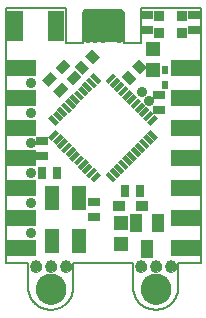
<source format=gts>
G75*
%MOIN*%
%OFA0B0*%
%FSLAX25Y25*%
%IPPOS*%
%LPD*%
%AMOC8*
5,1,8,0,0,1.08239X$1,22.5*
%
%ADD10C,0.00500*%
%ADD11C,0.00000*%
%ADD12C,0.10243*%
%ADD13C,0.03943*%
%ADD14R,0.03156X0.03943*%
%ADD15R,0.04652X0.04534*%
%ADD16R,0.03943X0.03156*%
%ADD17R,0.03550X0.03550*%
%ADD18R,0.04337X0.03550*%
%ADD19R,0.10400X0.05400*%
%ADD20R,0.04337X0.05912*%
%ADD21R,0.03550X0.01581*%
%ADD22R,0.04731X0.07880*%
%ADD23R,0.01778X0.11424*%
%ADD24R,0.01778X0.10636*%
%ADD25R,0.13780X0.11024*%
%ADD26R,0.02369X0.03156*%
%ADD27C,0.03550*%
%ADD28R,0.05400X0.10400*%
D10*
X0005050Y0016901D02*
X0005050Y0101862D01*
X0025050Y0101862D01*
X0025050Y0090026D01*
X0030675Y0090026D01*
X0030675Y0100221D01*
X0031652Y0101198D01*
X0043448Y0101198D01*
X0044425Y0100221D01*
X0044425Y0090026D01*
X0050050Y0090026D01*
X0050050Y0101901D01*
X0070001Y0101901D01*
X0070050Y0101862D01*
X0070050Y0101901D02*
X0070050Y0073151D01*
X0070001Y0016901D01*
X0062550Y0016901D01*
X0062550Y0008151D01*
X0062533Y0007969D01*
X0062511Y0007787D01*
X0062484Y0007605D01*
X0062454Y0007425D01*
X0062419Y0007245D01*
X0062379Y0007066D01*
X0062335Y0006888D01*
X0062287Y0006711D01*
X0062235Y0006535D01*
X0062178Y0006361D01*
X0062117Y0006188D01*
X0062052Y0006017D01*
X0061983Y0005847D01*
X0061909Y0005679D01*
X0061832Y0005513D01*
X0061750Y0005349D01*
X0061665Y0005187D01*
X0061576Y0005027D01*
X0061482Y0004869D01*
X0061385Y0004713D01*
X0061284Y0004560D01*
X0061180Y0004410D01*
X0061072Y0004262D01*
X0060960Y0004116D01*
X0060845Y0003974D01*
X0060726Y0003834D01*
X0060604Y0003698D01*
X0060479Y0003564D01*
X0060350Y0003433D01*
X0060219Y0003306D01*
X0060084Y0003181D01*
X0059946Y0003060D01*
X0059806Y0002943D01*
X0059662Y0002829D01*
X0059516Y0002718D01*
X0059367Y0002611D01*
X0059216Y0002508D01*
X0059062Y0002408D01*
X0058906Y0002313D01*
X0058747Y0002221D01*
X0058586Y0002133D01*
X0058424Y0002048D01*
X0058259Y0001968D01*
X0058092Y0001892D01*
X0057923Y0001820D01*
X0057753Y0001752D01*
X0057581Y0001689D01*
X0057408Y0001629D01*
X0057233Y0001574D01*
X0057057Y0001523D01*
X0056880Y0001476D01*
X0056702Y0001433D01*
X0056522Y0001395D01*
X0056342Y0001362D01*
X0056161Y0001333D01*
X0055980Y0001308D01*
X0055798Y0001287D01*
X0055615Y0001271D01*
X0055432Y0001260D01*
X0055249Y0001253D01*
X0055066Y0001250D01*
X0054883Y0001252D01*
X0054699Y0001258D01*
X0054516Y0001269D01*
X0054334Y0001284D01*
X0054152Y0001304D01*
X0053970Y0001328D01*
X0053789Y0001356D01*
X0053608Y0001389D01*
X0053429Y0001427D01*
X0053251Y0001468D01*
X0053073Y0001514D01*
X0052897Y0001565D01*
X0052722Y0001619D01*
X0052548Y0001678D01*
X0052376Y0001741D01*
X0052206Y0001808D01*
X0052037Y0001879D01*
X0051870Y0001955D01*
X0051705Y0002034D01*
X0051541Y0002118D01*
X0051380Y0002205D01*
X0051221Y0002297D01*
X0051065Y0002392D01*
X0050911Y0002491D01*
X0050759Y0002593D01*
X0050609Y0002700D01*
X0050463Y0002810D01*
X0050319Y0002923D01*
X0050178Y0003040D01*
X0050040Y0003160D01*
X0049904Y0003284D01*
X0049772Y0003411D01*
X0049643Y0003541D01*
X0049517Y0003674D01*
X0049395Y0003811D01*
X0049275Y0003950D01*
X0049159Y0004092D01*
X0049047Y0004237D01*
X0048938Y0004384D01*
X0048833Y0004534D01*
X0048732Y0004687D01*
X0048634Y0004842D01*
X0048540Y0004999D01*
X0048450Y0005159D01*
X0048364Y0005321D01*
X0048282Y0005485D01*
X0048204Y0005650D01*
X0048130Y0005818D01*
X0048060Y0005987D01*
X0047994Y0006158D01*
X0047932Y0006331D01*
X0047875Y0006505D01*
X0047822Y0006681D01*
X0047773Y0006857D01*
X0047728Y0007035D01*
X0047688Y0007214D01*
X0047652Y0007393D01*
X0047621Y0007574D01*
X0047594Y0007755D01*
X0047571Y0007937D01*
X0047553Y0008120D01*
X0047539Y0008302D01*
X0047530Y0008485D01*
X0047525Y0008669D01*
X0047524Y0008852D01*
X0047528Y0009035D01*
X0047537Y0009218D01*
X0047550Y0009401D01*
X0047550Y0016901D01*
X0027550Y0016901D01*
X0027550Y0009401D01*
X0027563Y0009217D01*
X0027572Y0009033D01*
X0027576Y0008848D01*
X0027575Y0008664D01*
X0027570Y0008480D01*
X0027561Y0008296D01*
X0027547Y0008112D01*
X0027528Y0007928D01*
X0027505Y0007745D01*
X0027478Y0007563D01*
X0027446Y0007381D01*
X0027409Y0007201D01*
X0027368Y0007021D01*
X0027323Y0006842D01*
X0027274Y0006664D01*
X0027220Y0006488D01*
X0027162Y0006313D01*
X0027099Y0006140D01*
X0027032Y0005968D01*
X0026961Y0005797D01*
X0026886Y0005629D01*
X0026807Y0005462D01*
X0026724Y0005298D01*
X0026637Y0005135D01*
X0026546Y0004975D01*
X0026451Y0004817D01*
X0026352Y0004661D01*
X0026249Y0004508D01*
X0026143Y0004358D01*
X0026032Y0004210D01*
X0025919Y0004065D01*
X0025802Y0003922D01*
X0025681Y0003783D01*
X0025557Y0003646D01*
X0025430Y0003513D01*
X0025299Y0003383D01*
X0025165Y0003256D01*
X0025029Y0003132D01*
X0024889Y0003012D01*
X0024746Y0002895D01*
X0024601Y0002782D01*
X0024452Y0002672D01*
X0024301Y0002566D01*
X0024148Y0002464D01*
X0023992Y0002365D01*
X0023834Y0002270D01*
X0023673Y0002180D01*
X0023511Y0002093D01*
X0023346Y0002010D01*
X0023179Y0001931D01*
X0023011Y0001857D01*
X0022840Y0001786D01*
X0022668Y0001720D01*
X0022494Y0001658D01*
X0022319Y0001600D01*
X0022143Y0001547D01*
X0021965Y0001498D01*
X0021786Y0001453D01*
X0021606Y0001413D01*
X0021425Y0001377D01*
X0021244Y0001345D01*
X0021061Y0001318D01*
X0020878Y0001296D01*
X0020695Y0001278D01*
X0020511Y0001264D01*
X0020327Y0001255D01*
X0020142Y0001251D01*
X0019958Y0001251D01*
X0019773Y0001255D01*
X0019589Y0001264D01*
X0019405Y0001278D01*
X0019222Y0001296D01*
X0019039Y0001318D01*
X0018856Y0001345D01*
X0018675Y0001377D01*
X0018494Y0001413D01*
X0018314Y0001453D01*
X0018135Y0001498D01*
X0017957Y0001547D01*
X0017781Y0001600D01*
X0017606Y0001658D01*
X0017432Y0001720D01*
X0017260Y0001786D01*
X0017089Y0001857D01*
X0016921Y0001931D01*
X0016754Y0002010D01*
X0016589Y0002093D01*
X0016427Y0002180D01*
X0016266Y0002270D01*
X0016108Y0002365D01*
X0015952Y0002464D01*
X0015799Y0002566D01*
X0015648Y0002672D01*
X0015499Y0002782D01*
X0015354Y0002895D01*
X0015211Y0003012D01*
X0015071Y0003132D01*
X0014935Y0003256D01*
X0014801Y0003383D01*
X0014670Y0003513D01*
X0014543Y0003646D01*
X0014419Y0003783D01*
X0014298Y0003922D01*
X0014181Y0004065D01*
X0014068Y0004210D01*
X0013957Y0004358D01*
X0013851Y0004508D01*
X0013748Y0004661D01*
X0013649Y0004817D01*
X0013554Y0004975D01*
X0013463Y0005135D01*
X0013376Y0005298D01*
X0013293Y0005462D01*
X0013214Y0005629D01*
X0013139Y0005797D01*
X0013068Y0005968D01*
X0013001Y0006140D01*
X0012938Y0006313D01*
X0012880Y0006488D01*
X0012826Y0006664D01*
X0012777Y0006842D01*
X0012732Y0007021D01*
X0012691Y0007201D01*
X0012654Y0007381D01*
X0012622Y0007563D01*
X0012595Y0007745D01*
X0012572Y0007928D01*
X0012553Y0008112D01*
X0012539Y0008296D01*
X0012530Y0008480D01*
X0012525Y0008664D01*
X0012524Y0008848D01*
X0012528Y0009033D01*
X0012537Y0009217D01*
X0012550Y0009401D01*
X0012550Y0016901D01*
X0005050Y0016901D01*
D11*
X0013278Y0015651D02*
X0013280Y0015735D01*
X0013286Y0015818D01*
X0013296Y0015901D01*
X0013310Y0015984D01*
X0013327Y0016066D01*
X0013349Y0016147D01*
X0013374Y0016226D01*
X0013403Y0016305D01*
X0013436Y0016382D01*
X0013472Y0016457D01*
X0013512Y0016531D01*
X0013555Y0016603D01*
X0013602Y0016672D01*
X0013652Y0016739D01*
X0013705Y0016804D01*
X0013761Y0016866D01*
X0013819Y0016926D01*
X0013881Y0016983D01*
X0013945Y0017036D01*
X0014012Y0017087D01*
X0014081Y0017134D01*
X0014152Y0017179D01*
X0014225Y0017219D01*
X0014300Y0017256D01*
X0014377Y0017290D01*
X0014455Y0017320D01*
X0014534Y0017346D01*
X0014615Y0017369D01*
X0014697Y0017387D01*
X0014779Y0017402D01*
X0014862Y0017413D01*
X0014945Y0017420D01*
X0015029Y0017423D01*
X0015113Y0017422D01*
X0015196Y0017417D01*
X0015280Y0017408D01*
X0015362Y0017395D01*
X0015444Y0017379D01*
X0015525Y0017358D01*
X0015606Y0017334D01*
X0015684Y0017306D01*
X0015762Y0017274D01*
X0015838Y0017238D01*
X0015912Y0017199D01*
X0015984Y0017157D01*
X0016054Y0017111D01*
X0016122Y0017062D01*
X0016187Y0017010D01*
X0016250Y0016955D01*
X0016310Y0016897D01*
X0016368Y0016836D01*
X0016422Y0016772D01*
X0016474Y0016706D01*
X0016522Y0016638D01*
X0016567Y0016567D01*
X0016608Y0016494D01*
X0016647Y0016420D01*
X0016681Y0016344D01*
X0016712Y0016266D01*
X0016739Y0016187D01*
X0016763Y0016106D01*
X0016782Y0016025D01*
X0016798Y0015943D01*
X0016810Y0015860D01*
X0016818Y0015776D01*
X0016822Y0015693D01*
X0016822Y0015609D01*
X0016818Y0015526D01*
X0016810Y0015442D01*
X0016798Y0015359D01*
X0016782Y0015277D01*
X0016763Y0015196D01*
X0016739Y0015115D01*
X0016712Y0015036D01*
X0016681Y0014958D01*
X0016647Y0014882D01*
X0016608Y0014808D01*
X0016567Y0014735D01*
X0016522Y0014664D01*
X0016474Y0014596D01*
X0016422Y0014530D01*
X0016368Y0014466D01*
X0016310Y0014405D01*
X0016250Y0014347D01*
X0016187Y0014292D01*
X0016122Y0014240D01*
X0016054Y0014191D01*
X0015984Y0014145D01*
X0015912Y0014103D01*
X0015838Y0014064D01*
X0015762Y0014028D01*
X0015684Y0013996D01*
X0015606Y0013968D01*
X0015525Y0013944D01*
X0015444Y0013923D01*
X0015362Y0013907D01*
X0015280Y0013894D01*
X0015196Y0013885D01*
X0015113Y0013880D01*
X0015029Y0013879D01*
X0014945Y0013882D01*
X0014862Y0013889D01*
X0014779Y0013900D01*
X0014697Y0013915D01*
X0014615Y0013933D01*
X0014534Y0013956D01*
X0014455Y0013982D01*
X0014377Y0014012D01*
X0014300Y0014046D01*
X0014225Y0014083D01*
X0014152Y0014123D01*
X0014081Y0014168D01*
X0014012Y0014215D01*
X0013945Y0014266D01*
X0013881Y0014319D01*
X0013819Y0014376D01*
X0013761Y0014436D01*
X0013705Y0014498D01*
X0013652Y0014563D01*
X0013602Y0014630D01*
X0013555Y0014699D01*
X0013512Y0014771D01*
X0013472Y0014845D01*
X0013436Y0014920D01*
X0013403Y0014997D01*
X0013374Y0015076D01*
X0013349Y0015155D01*
X0013327Y0015236D01*
X0013310Y0015318D01*
X0013296Y0015401D01*
X0013286Y0015484D01*
X0013280Y0015567D01*
X0013278Y0015651D01*
X0018278Y0015651D02*
X0018280Y0015735D01*
X0018286Y0015818D01*
X0018296Y0015901D01*
X0018310Y0015984D01*
X0018327Y0016066D01*
X0018349Y0016147D01*
X0018374Y0016226D01*
X0018403Y0016305D01*
X0018436Y0016382D01*
X0018472Y0016457D01*
X0018512Y0016531D01*
X0018555Y0016603D01*
X0018602Y0016672D01*
X0018652Y0016739D01*
X0018705Y0016804D01*
X0018761Y0016866D01*
X0018819Y0016926D01*
X0018881Y0016983D01*
X0018945Y0017036D01*
X0019012Y0017087D01*
X0019081Y0017134D01*
X0019152Y0017179D01*
X0019225Y0017219D01*
X0019300Y0017256D01*
X0019377Y0017290D01*
X0019455Y0017320D01*
X0019534Y0017346D01*
X0019615Y0017369D01*
X0019697Y0017387D01*
X0019779Y0017402D01*
X0019862Y0017413D01*
X0019945Y0017420D01*
X0020029Y0017423D01*
X0020113Y0017422D01*
X0020196Y0017417D01*
X0020280Y0017408D01*
X0020362Y0017395D01*
X0020444Y0017379D01*
X0020525Y0017358D01*
X0020606Y0017334D01*
X0020684Y0017306D01*
X0020762Y0017274D01*
X0020838Y0017238D01*
X0020912Y0017199D01*
X0020984Y0017157D01*
X0021054Y0017111D01*
X0021122Y0017062D01*
X0021187Y0017010D01*
X0021250Y0016955D01*
X0021310Y0016897D01*
X0021368Y0016836D01*
X0021422Y0016772D01*
X0021474Y0016706D01*
X0021522Y0016638D01*
X0021567Y0016567D01*
X0021608Y0016494D01*
X0021647Y0016420D01*
X0021681Y0016344D01*
X0021712Y0016266D01*
X0021739Y0016187D01*
X0021763Y0016106D01*
X0021782Y0016025D01*
X0021798Y0015943D01*
X0021810Y0015860D01*
X0021818Y0015776D01*
X0021822Y0015693D01*
X0021822Y0015609D01*
X0021818Y0015526D01*
X0021810Y0015442D01*
X0021798Y0015359D01*
X0021782Y0015277D01*
X0021763Y0015196D01*
X0021739Y0015115D01*
X0021712Y0015036D01*
X0021681Y0014958D01*
X0021647Y0014882D01*
X0021608Y0014808D01*
X0021567Y0014735D01*
X0021522Y0014664D01*
X0021474Y0014596D01*
X0021422Y0014530D01*
X0021368Y0014466D01*
X0021310Y0014405D01*
X0021250Y0014347D01*
X0021187Y0014292D01*
X0021122Y0014240D01*
X0021054Y0014191D01*
X0020984Y0014145D01*
X0020912Y0014103D01*
X0020838Y0014064D01*
X0020762Y0014028D01*
X0020684Y0013996D01*
X0020606Y0013968D01*
X0020525Y0013944D01*
X0020444Y0013923D01*
X0020362Y0013907D01*
X0020280Y0013894D01*
X0020196Y0013885D01*
X0020113Y0013880D01*
X0020029Y0013879D01*
X0019945Y0013882D01*
X0019862Y0013889D01*
X0019779Y0013900D01*
X0019697Y0013915D01*
X0019615Y0013933D01*
X0019534Y0013956D01*
X0019455Y0013982D01*
X0019377Y0014012D01*
X0019300Y0014046D01*
X0019225Y0014083D01*
X0019152Y0014123D01*
X0019081Y0014168D01*
X0019012Y0014215D01*
X0018945Y0014266D01*
X0018881Y0014319D01*
X0018819Y0014376D01*
X0018761Y0014436D01*
X0018705Y0014498D01*
X0018652Y0014563D01*
X0018602Y0014630D01*
X0018555Y0014699D01*
X0018512Y0014771D01*
X0018472Y0014845D01*
X0018436Y0014920D01*
X0018403Y0014997D01*
X0018374Y0015076D01*
X0018349Y0015155D01*
X0018327Y0015236D01*
X0018310Y0015318D01*
X0018296Y0015401D01*
X0018286Y0015484D01*
X0018280Y0015567D01*
X0018278Y0015651D01*
X0015129Y0008151D02*
X0015131Y0008291D01*
X0015137Y0008431D01*
X0015147Y0008570D01*
X0015161Y0008709D01*
X0015179Y0008848D01*
X0015200Y0008986D01*
X0015226Y0009124D01*
X0015256Y0009261D01*
X0015289Y0009396D01*
X0015327Y0009531D01*
X0015368Y0009665D01*
X0015413Y0009798D01*
X0015461Y0009929D01*
X0015514Y0010058D01*
X0015570Y0010187D01*
X0015629Y0010313D01*
X0015693Y0010438D01*
X0015759Y0010561D01*
X0015830Y0010682D01*
X0015903Y0010801D01*
X0015980Y0010918D01*
X0016061Y0011032D01*
X0016144Y0011144D01*
X0016231Y0011254D01*
X0016321Y0011362D01*
X0016413Y0011466D01*
X0016509Y0011568D01*
X0016608Y0011668D01*
X0016709Y0011764D01*
X0016813Y0011858D01*
X0016920Y0011948D01*
X0017029Y0012035D01*
X0017141Y0012120D01*
X0017255Y0012201D01*
X0017371Y0012279D01*
X0017489Y0012353D01*
X0017610Y0012424D01*
X0017732Y0012492D01*
X0017857Y0012556D01*
X0017983Y0012617D01*
X0018110Y0012674D01*
X0018240Y0012727D01*
X0018371Y0012777D01*
X0018503Y0012822D01*
X0018636Y0012865D01*
X0018771Y0012903D01*
X0018906Y0012937D01*
X0019043Y0012968D01*
X0019180Y0012995D01*
X0019318Y0013017D01*
X0019457Y0013036D01*
X0019596Y0013051D01*
X0019735Y0013062D01*
X0019875Y0013069D01*
X0020015Y0013072D01*
X0020155Y0013071D01*
X0020295Y0013066D01*
X0020434Y0013057D01*
X0020574Y0013044D01*
X0020713Y0013027D01*
X0020851Y0013006D01*
X0020989Y0012982D01*
X0021126Y0012953D01*
X0021262Y0012921D01*
X0021397Y0012884D01*
X0021531Y0012844D01*
X0021664Y0012800D01*
X0021795Y0012752D01*
X0021925Y0012701D01*
X0022054Y0012646D01*
X0022181Y0012587D01*
X0022306Y0012524D01*
X0022429Y0012459D01*
X0022551Y0012389D01*
X0022670Y0012316D01*
X0022788Y0012240D01*
X0022903Y0012161D01*
X0023016Y0012078D01*
X0023126Y0011992D01*
X0023234Y0011903D01*
X0023339Y0011811D01*
X0023442Y0011716D01*
X0023542Y0011618D01*
X0023639Y0011518D01*
X0023733Y0011414D01*
X0023825Y0011308D01*
X0023913Y0011200D01*
X0023998Y0011089D01*
X0024080Y0010975D01*
X0024159Y0010859D01*
X0024234Y0010742D01*
X0024306Y0010622D01*
X0024374Y0010500D01*
X0024439Y0010376D01*
X0024501Y0010250D01*
X0024559Y0010123D01*
X0024613Y0009994D01*
X0024664Y0009863D01*
X0024710Y0009731D01*
X0024753Y0009598D01*
X0024793Y0009464D01*
X0024828Y0009329D01*
X0024860Y0009192D01*
X0024887Y0009055D01*
X0024911Y0008917D01*
X0024931Y0008779D01*
X0024947Y0008640D01*
X0024959Y0008500D01*
X0024967Y0008361D01*
X0024971Y0008221D01*
X0024971Y0008081D01*
X0024967Y0007941D01*
X0024959Y0007802D01*
X0024947Y0007662D01*
X0024931Y0007523D01*
X0024911Y0007385D01*
X0024887Y0007247D01*
X0024860Y0007110D01*
X0024828Y0006973D01*
X0024793Y0006838D01*
X0024753Y0006704D01*
X0024710Y0006571D01*
X0024664Y0006439D01*
X0024613Y0006308D01*
X0024559Y0006179D01*
X0024501Y0006052D01*
X0024439Y0005926D01*
X0024374Y0005802D01*
X0024306Y0005680D01*
X0024234Y0005560D01*
X0024159Y0005443D01*
X0024080Y0005327D01*
X0023998Y0005213D01*
X0023913Y0005102D01*
X0023825Y0004994D01*
X0023733Y0004888D01*
X0023639Y0004784D01*
X0023542Y0004684D01*
X0023442Y0004586D01*
X0023339Y0004491D01*
X0023234Y0004399D01*
X0023126Y0004310D01*
X0023016Y0004224D01*
X0022903Y0004141D01*
X0022788Y0004062D01*
X0022670Y0003986D01*
X0022551Y0003913D01*
X0022429Y0003843D01*
X0022306Y0003778D01*
X0022181Y0003715D01*
X0022054Y0003656D01*
X0021925Y0003601D01*
X0021795Y0003550D01*
X0021664Y0003502D01*
X0021531Y0003458D01*
X0021397Y0003418D01*
X0021262Y0003381D01*
X0021126Y0003349D01*
X0020989Y0003320D01*
X0020851Y0003296D01*
X0020713Y0003275D01*
X0020574Y0003258D01*
X0020434Y0003245D01*
X0020295Y0003236D01*
X0020155Y0003231D01*
X0020015Y0003230D01*
X0019875Y0003233D01*
X0019735Y0003240D01*
X0019596Y0003251D01*
X0019457Y0003266D01*
X0019318Y0003285D01*
X0019180Y0003307D01*
X0019043Y0003334D01*
X0018906Y0003365D01*
X0018771Y0003399D01*
X0018636Y0003437D01*
X0018503Y0003480D01*
X0018371Y0003525D01*
X0018240Y0003575D01*
X0018110Y0003628D01*
X0017983Y0003685D01*
X0017857Y0003746D01*
X0017732Y0003810D01*
X0017610Y0003878D01*
X0017489Y0003949D01*
X0017371Y0004023D01*
X0017255Y0004101D01*
X0017141Y0004182D01*
X0017029Y0004267D01*
X0016920Y0004354D01*
X0016813Y0004444D01*
X0016709Y0004538D01*
X0016608Y0004634D01*
X0016509Y0004734D01*
X0016413Y0004836D01*
X0016321Y0004940D01*
X0016231Y0005048D01*
X0016144Y0005158D01*
X0016061Y0005270D01*
X0015980Y0005384D01*
X0015903Y0005501D01*
X0015830Y0005620D01*
X0015759Y0005741D01*
X0015693Y0005864D01*
X0015629Y0005989D01*
X0015570Y0006115D01*
X0015514Y0006244D01*
X0015461Y0006373D01*
X0015413Y0006504D01*
X0015368Y0006637D01*
X0015327Y0006771D01*
X0015289Y0006906D01*
X0015256Y0007041D01*
X0015226Y0007178D01*
X0015200Y0007316D01*
X0015179Y0007454D01*
X0015161Y0007593D01*
X0015147Y0007732D01*
X0015137Y0007871D01*
X0015131Y0008011D01*
X0015129Y0008151D01*
X0023278Y0015651D02*
X0023280Y0015735D01*
X0023286Y0015818D01*
X0023296Y0015901D01*
X0023310Y0015984D01*
X0023327Y0016066D01*
X0023349Y0016147D01*
X0023374Y0016226D01*
X0023403Y0016305D01*
X0023436Y0016382D01*
X0023472Y0016457D01*
X0023512Y0016531D01*
X0023555Y0016603D01*
X0023602Y0016672D01*
X0023652Y0016739D01*
X0023705Y0016804D01*
X0023761Y0016866D01*
X0023819Y0016926D01*
X0023881Y0016983D01*
X0023945Y0017036D01*
X0024012Y0017087D01*
X0024081Y0017134D01*
X0024152Y0017179D01*
X0024225Y0017219D01*
X0024300Y0017256D01*
X0024377Y0017290D01*
X0024455Y0017320D01*
X0024534Y0017346D01*
X0024615Y0017369D01*
X0024697Y0017387D01*
X0024779Y0017402D01*
X0024862Y0017413D01*
X0024945Y0017420D01*
X0025029Y0017423D01*
X0025113Y0017422D01*
X0025196Y0017417D01*
X0025280Y0017408D01*
X0025362Y0017395D01*
X0025444Y0017379D01*
X0025525Y0017358D01*
X0025606Y0017334D01*
X0025684Y0017306D01*
X0025762Y0017274D01*
X0025838Y0017238D01*
X0025912Y0017199D01*
X0025984Y0017157D01*
X0026054Y0017111D01*
X0026122Y0017062D01*
X0026187Y0017010D01*
X0026250Y0016955D01*
X0026310Y0016897D01*
X0026368Y0016836D01*
X0026422Y0016772D01*
X0026474Y0016706D01*
X0026522Y0016638D01*
X0026567Y0016567D01*
X0026608Y0016494D01*
X0026647Y0016420D01*
X0026681Y0016344D01*
X0026712Y0016266D01*
X0026739Y0016187D01*
X0026763Y0016106D01*
X0026782Y0016025D01*
X0026798Y0015943D01*
X0026810Y0015860D01*
X0026818Y0015776D01*
X0026822Y0015693D01*
X0026822Y0015609D01*
X0026818Y0015526D01*
X0026810Y0015442D01*
X0026798Y0015359D01*
X0026782Y0015277D01*
X0026763Y0015196D01*
X0026739Y0015115D01*
X0026712Y0015036D01*
X0026681Y0014958D01*
X0026647Y0014882D01*
X0026608Y0014808D01*
X0026567Y0014735D01*
X0026522Y0014664D01*
X0026474Y0014596D01*
X0026422Y0014530D01*
X0026368Y0014466D01*
X0026310Y0014405D01*
X0026250Y0014347D01*
X0026187Y0014292D01*
X0026122Y0014240D01*
X0026054Y0014191D01*
X0025984Y0014145D01*
X0025912Y0014103D01*
X0025838Y0014064D01*
X0025762Y0014028D01*
X0025684Y0013996D01*
X0025606Y0013968D01*
X0025525Y0013944D01*
X0025444Y0013923D01*
X0025362Y0013907D01*
X0025280Y0013894D01*
X0025196Y0013885D01*
X0025113Y0013880D01*
X0025029Y0013879D01*
X0024945Y0013882D01*
X0024862Y0013889D01*
X0024779Y0013900D01*
X0024697Y0013915D01*
X0024615Y0013933D01*
X0024534Y0013956D01*
X0024455Y0013982D01*
X0024377Y0014012D01*
X0024300Y0014046D01*
X0024225Y0014083D01*
X0024152Y0014123D01*
X0024081Y0014168D01*
X0024012Y0014215D01*
X0023945Y0014266D01*
X0023881Y0014319D01*
X0023819Y0014376D01*
X0023761Y0014436D01*
X0023705Y0014498D01*
X0023652Y0014563D01*
X0023602Y0014630D01*
X0023555Y0014699D01*
X0023512Y0014771D01*
X0023472Y0014845D01*
X0023436Y0014920D01*
X0023403Y0014997D01*
X0023374Y0015076D01*
X0023349Y0015155D01*
X0023327Y0015236D01*
X0023310Y0015318D01*
X0023296Y0015401D01*
X0023286Y0015484D01*
X0023280Y0015567D01*
X0023278Y0015651D01*
X0048278Y0015651D02*
X0048280Y0015735D01*
X0048286Y0015818D01*
X0048296Y0015901D01*
X0048310Y0015984D01*
X0048327Y0016066D01*
X0048349Y0016147D01*
X0048374Y0016226D01*
X0048403Y0016305D01*
X0048436Y0016382D01*
X0048472Y0016457D01*
X0048512Y0016531D01*
X0048555Y0016603D01*
X0048602Y0016672D01*
X0048652Y0016739D01*
X0048705Y0016804D01*
X0048761Y0016866D01*
X0048819Y0016926D01*
X0048881Y0016983D01*
X0048945Y0017036D01*
X0049012Y0017087D01*
X0049081Y0017134D01*
X0049152Y0017179D01*
X0049225Y0017219D01*
X0049300Y0017256D01*
X0049377Y0017290D01*
X0049455Y0017320D01*
X0049534Y0017346D01*
X0049615Y0017369D01*
X0049697Y0017387D01*
X0049779Y0017402D01*
X0049862Y0017413D01*
X0049945Y0017420D01*
X0050029Y0017423D01*
X0050113Y0017422D01*
X0050196Y0017417D01*
X0050280Y0017408D01*
X0050362Y0017395D01*
X0050444Y0017379D01*
X0050525Y0017358D01*
X0050606Y0017334D01*
X0050684Y0017306D01*
X0050762Y0017274D01*
X0050838Y0017238D01*
X0050912Y0017199D01*
X0050984Y0017157D01*
X0051054Y0017111D01*
X0051122Y0017062D01*
X0051187Y0017010D01*
X0051250Y0016955D01*
X0051310Y0016897D01*
X0051368Y0016836D01*
X0051422Y0016772D01*
X0051474Y0016706D01*
X0051522Y0016638D01*
X0051567Y0016567D01*
X0051608Y0016494D01*
X0051647Y0016420D01*
X0051681Y0016344D01*
X0051712Y0016266D01*
X0051739Y0016187D01*
X0051763Y0016106D01*
X0051782Y0016025D01*
X0051798Y0015943D01*
X0051810Y0015860D01*
X0051818Y0015776D01*
X0051822Y0015693D01*
X0051822Y0015609D01*
X0051818Y0015526D01*
X0051810Y0015442D01*
X0051798Y0015359D01*
X0051782Y0015277D01*
X0051763Y0015196D01*
X0051739Y0015115D01*
X0051712Y0015036D01*
X0051681Y0014958D01*
X0051647Y0014882D01*
X0051608Y0014808D01*
X0051567Y0014735D01*
X0051522Y0014664D01*
X0051474Y0014596D01*
X0051422Y0014530D01*
X0051368Y0014466D01*
X0051310Y0014405D01*
X0051250Y0014347D01*
X0051187Y0014292D01*
X0051122Y0014240D01*
X0051054Y0014191D01*
X0050984Y0014145D01*
X0050912Y0014103D01*
X0050838Y0014064D01*
X0050762Y0014028D01*
X0050684Y0013996D01*
X0050606Y0013968D01*
X0050525Y0013944D01*
X0050444Y0013923D01*
X0050362Y0013907D01*
X0050280Y0013894D01*
X0050196Y0013885D01*
X0050113Y0013880D01*
X0050029Y0013879D01*
X0049945Y0013882D01*
X0049862Y0013889D01*
X0049779Y0013900D01*
X0049697Y0013915D01*
X0049615Y0013933D01*
X0049534Y0013956D01*
X0049455Y0013982D01*
X0049377Y0014012D01*
X0049300Y0014046D01*
X0049225Y0014083D01*
X0049152Y0014123D01*
X0049081Y0014168D01*
X0049012Y0014215D01*
X0048945Y0014266D01*
X0048881Y0014319D01*
X0048819Y0014376D01*
X0048761Y0014436D01*
X0048705Y0014498D01*
X0048652Y0014563D01*
X0048602Y0014630D01*
X0048555Y0014699D01*
X0048512Y0014771D01*
X0048472Y0014845D01*
X0048436Y0014920D01*
X0048403Y0014997D01*
X0048374Y0015076D01*
X0048349Y0015155D01*
X0048327Y0015236D01*
X0048310Y0015318D01*
X0048296Y0015401D01*
X0048286Y0015484D01*
X0048280Y0015567D01*
X0048278Y0015651D01*
X0053278Y0015651D02*
X0053280Y0015735D01*
X0053286Y0015818D01*
X0053296Y0015901D01*
X0053310Y0015984D01*
X0053327Y0016066D01*
X0053349Y0016147D01*
X0053374Y0016226D01*
X0053403Y0016305D01*
X0053436Y0016382D01*
X0053472Y0016457D01*
X0053512Y0016531D01*
X0053555Y0016603D01*
X0053602Y0016672D01*
X0053652Y0016739D01*
X0053705Y0016804D01*
X0053761Y0016866D01*
X0053819Y0016926D01*
X0053881Y0016983D01*
X0053945Y0017036D01*
X0054012Y0017087D01*
X0054081Y0017134D01*
X0054152Y0017179D01*
X0054225Y0017219D01*
X0054300Y0017256D01*
X0054377Y0017290D01*
X0054455Y0017320D01*
X0054534Y0017346D01*
X0054615Y0017369D01*
X0054697Y0017387D01*
X0054779Y0017402D01*
X0054862Y0017413D01*
X0054945Y0017420D01*
X0055029Y0017423D01*
X0055113Y0017422D01*
X0055196Y0017417D01*
X0055280Y0017408D01*
X0055362Y0017395D01*
X0055444Y0017379D01*
X0055525Y0017358D01*
X0055606Y0017334D01*
X0055684Y0017306D01*
X0055762Y0017274D01*
X0055838Y0017238D01*
X0055912Y0017199D01*
X0055984Y0017157D01*
X0056054Y0017111D01*
X0056122Y0017062D01*
X0056187Y0017010D01*
X0056250Y0016955D01*
X0056310Y0016897D01*
X0056368Y0016836D01*
X0056422Y0016772D01*
X0056474Y0016706D01*
X0056522Y0016638D01*
X0056567Y0016567D01*
X0056608Y0016494D01*
X0056647Y0016420D01*
X0056681Y0016344D01*
X0056712Y0016266D01*
X0056739Y0016187D01*
X0056763Y0016106D01*
X0056782Y0016025D01*
X0056798Y0015943D01*
X0056810Y0015860D01*
X0056818Y0015776D01*
X0056822Y0015693D01*
X0056822Y0015609D01*
X0056818Y0015526D01*
X0056810Y0015442D01*
X0056798Y0015359D01*
X0056782Y0015277D01*
X0056763Y0015196D01*
X0056739Y0015115D01*
X0056712Y0015036D01*
X0056681Y0014958D01*
X0056647Y0014882D01*
X0056608Y0014808D01*
X0056567Y0014735D01*
X0056522Y0014664D01*
X0056474Y0014596D01*
X0056422Y0014530D01*
X0056368Y0014466D01*
X0056310Y0014405D01*
X0056250Y0014347D01*
X0056187Y0014292D01*
X0056122Y0014240D01*
X0056054Y0014191D01*
X0055984Y0014145D01*
X0055912Y0014103D01*
X0055838Y0014064D01*
X0055762Y0014028D01*
X0055684Y0013996D01*
X0055606Y0013968D01*
X0055525Y0013944D01*
X0055444Y0013923D01*
X0055362Y0013907D01*
X0055280Y0013894D01*
X0055196Y0013885D01*
X0055113Y0013880D01*
X0055029Y0013879D01*
X0054945Y0013882D01*
X0054862Y0013889D01*
X0054779Y0013900D01*
X0054697Y0013915D01*
X0054615Y0013933D01*
X0054534Y0013956D01*
X0054455Y0013982D01*
X0054377Y0014012D01*
X0054300Y0014046D01*
X0054225Y0014083D01*
X0054152Y0014123D01*
X0054081Y0014168D01*
X0054012Y0014215D01*
X0053945Y0014266D01*
X0053881Y0014319D01*
X0053819Y0014376D01*
X0053761Y0014436D01*
X0053705Y0014498D01*
X0053652Y0014563D01*
X0053602Y0014630D01*
X0053555Y0014699D01*
X0053512Y0014771D01*
X0053472Y0014845D01*
X0053436Y0014920D01*
X0053403Y0014997D01*
X0053374Y0015076D01*
X0053349Y0015155D01*
X0053327Y0015236D01*
X0053310Y0015318D01*
X0053296Y0015401D01*
X0053286Y0015484D01*
X0053280Y0015567D01*
X0053278Y0015651D01*
X0050129Y0008151D02*
X0050131Y0008291D01*
X0050137Y0008431D01*
X0050147Y0008570D01*
X0050161Y0008709D01*
X0050179Y0008848D01*
X0050200Y0008986D01*
X0050226Y0009124D01*
X0050256Y0009261D01*
X0050289Y0009396D01*
X0050327Y0009531D01*
X0050368Y0009665D01*
X0050413Y0009798D01*
X0050461Y0009929D01*
X0050514Y0010058D01*
X0050570Y0010187D01*
X0050629Y0010313D01*
X0050693Y0010438D01*
X0050759Y0010561D01*
X0050830Y0010682D01*
X0050903Y0010801D01*
X0050980Y0010918D01*
X0051061Y0011032D01*
X0051144Y0011144D01*
X0051231Y0011254D01*
X0051321Y0011362D01*
X0051413Y0011466D01*
X0051509Y0011568D01*
X0051608Y0011668D01*
X0051709Y0011764D01*
X0051813Y0011858D01*
X0051920Y0011948D01*
X0052029Y0012035D01*
X0052141Y0012120D01*
X0052255Y0012201D01*
X0052371Y0012279D01*
X0052489Y0012353D01*
X0052610Y0012424D01*
X0052732Y0012492D01*
X0052857Y0012556D01*
X0052983Y0012617D01*
X0053110Y0012674D01*
X0053240Y0012727D01*
X0053371Y0012777D01*
X0053503Y0012822D01*
X0053636Y0012865D01*
X0053771Y0012903D01*
X0053906Y0012937D01*
X0054043Y0012968D01*
X0054180Y0012995D01*
X0054318Y0013017D01*
X0054457Y0013036D01*
X0054596Y0013051D01*
X0054735Y0013062D01*
X0054875Y0013069D01*
X0055015Y0013072D01*
X0055155Y0013071D01*
X0055295Y0013066D01*
X0055434Y0013057D01*
X0055574Y0013044D01*
X0055713Y0013027D01*
X0055851Y0013006D01*
X0055989Y0012982D01*
X0056126Y0012953D01*
X0056262Y0012921D01*
X0056397Y0012884D01*
X0056531Y0012844D01*
X0056664Y0012800D01*
X0056795Y0012752D01*
X0056925Y0012701D01*
X0057054Y0012646D01*
X0057181Y0012587D01*
X0057306Y0012524D01*
X0057429Y0012459D01*
X0057551Y0012389D01*
X0057670Y0012316D01*
X0057788Y0012240D01*
X0057903Y0012161D01*
X0058016Y0012078D01*
X0058126Y0011992D01*
X0058234Y0011903D01*
X0058339Y0011811D01*
X0058442Y0011716D01*
X0058542Y0011618D01*
X0058639Y0011518D01*
X0058733Y0011414D01*
X0058825Y0011308D01*
X0058913Y0011200D01*
X0058998Y0011089D01*
X0059080Y0010975D01*
X0059159Y0010859D01*
X0059234Y0010742D01*
X0059306Y0010622D01*
X0059374Y0010500D01*
X0059439Y0010376D01*
X0059501Y0010250D01*
X0059559Y0010123D01*
X0059613Y0009994D01*
X0059664Y0009863D01*
X0059710Y0009731D01*
X0059753Y0009598D01*
X0059793Y0009464D01*
X0059828Y0009329D01*
X0059860Y0009192D01*
X0059887Y0009055D01*
X0059911Y0008917D01*
X0059931Y0008779D01*
X0059947Y0008640D01*
X0059959Y0008500D01*
X0059967Y0008361D01*
X0059971Y0008221D01*
X0059971Y0008081D01*
X0059967Y0007941D01*
X0059959Y0007802D01*
X0059947Y0007662D01*
X0059931Y0007523D01*
X0059911Y0007385D01*
X0059887Y0007247D01*
X0059860Y0007110D01*
X0059828Y0006973D01*
X0059793Y0006838D01*
X0059753Y0006704D01*
X0059710Y0006571D01*
X0059664Y0006439D01*
X0059613Y0006308D01*
X0059559Y0006179D01*
X0059501Y0006052D01*
X0059439Y0005926D01*
X0059374Y0005802D01*
X0059306Y0005680D01*
X0059234Y0005560D01*
X0059159Y0005443D01*
X0059080Y0005327D01*
X0058998Y0005213D01*
X0058913Y0005102D01*
X0058825Y0004994D01*
X0058733Y0004888D01*
X0058639Y0004784D01*
X0058542Y0004684D01*
X0058442Y0004586D01*
X0058339Y0004491D01*
X0058234Y0004399D01*
X0058126Y0004310D01*
X0058016Y0004224D01*
X0057903Y0004141D01*
X0057788Y0004062D01*
X0057670Y0003986D01*
X0057551Y0003913D01*
X0057429Y0003843D01*
X0057306Y0003778D01*
X0057181Y0003715D01*
X0057054Y0003656D01*
X0056925Y0003601D01*
X0056795Y0003550D01*
X0056664Y0003502D01*
X0056531Y0003458D01*
X0056397Y0003418D01*
X0056262Y0003381D01*
X0056126Y0003349D01*
X0055989Y0003320D01*
X0055851Y0003296D01*
X0055713Y0003275D01*
X0055574Y0003258D01*
X0055434Y0003245D01*
X0055295Y0003236D01*
X0055155Y0003231D01*
X0055015Y0003230D01*
X0054875Y0003233D01*
X0054735Y0003240D01*
X0054596Y0003251D01*
X0054457Y0003266D01*
X0054318Y0003285D01*
X0054180Y0003307D01*
X0054043Y0003334D01*
X0053906Y0003365D01*
X0053771Y0003399D01*
X0053636Y0003437D01*
X0053503Y0003480D01*
X0053371Y0003525D01*
X0053240Y0003575D01*
X0053110Y0003628D01*
X0052983Y0003685D01*
X0052857Y0003746D01*
X0052732Y0003810D01*
X0052610Y0003878D01*
X0052489Y0003949D01*
X0052371Y0004023D01*
X0052255Y0004101D01*
X0052141Y0004182D01*
X0052029Y0004267D01*
X0051920Y0004354D01*
X0051813Y0004444D01*
X0051709Y0004538D01*
X0051608Y0004634D01*
X0051509Y0004734D01*
X0051413Y0004836D01*
X0051321Y0004940D01*
X0051231Y0005048D01*
X0051144Y0005158D01*
X0051061Y0005270D01*
X0050980Y0005384D01*
X0050903Y0005501D01*
X0050830Y0005620D01*
X0050759Y0005741D01*
X0050693Y0005864D01*
X0050629Y0005989D01*
X0050570Y0006115D01*
X0050514Y0006244D01*
X0050461Y0006373D01*
X0050413Y0006504D01*
X0050368Y0006637D01*
X0050327Y0006771D01*
X0050289Y0006906D01*
X0050256Y0007041D01*
X0050226Y0007178D01*
X0050200Y0007316D01*
X0050179Y0007454D01*
X0050161Y0007593D01*
X0050147Y0007732D01*
X0050137Y0007871D01*
X0050131Y0008011D01*
X0050129Y0008151D01*
X0058278Y0015651D02*
X0058280Y0015735D01*
X0058286Y0015818D01*
X0058296Y0015901D01*
X0058310Y0015984D01*
X0058327Y0016066D01*
X0058349Y0016147D01*
X0058374Y0016226D01*
X0058403Y0016305D01*
X0058436Y0016382D01*
X0058472Y0016457D01*
X0058512Y0016531D01*
X0058555Y0016603D01*
X0058602Y0016672D01*
X0058652Y0016739D01*
X0058705Y0016804D01*
X0058761Y0016866D01*
X0058819Y0016926D01*
X0058881Y0016983D01*
X0058945Y0017036D01*
X0059012Y0017087D01*
X0059081Y0017134D01*
X0059152Y0017179D01*
X0059225Y0017219D01*
X0059300Y0017256D01*
X0059377Y0017290D01*
X0059455Y0017320D01*
X0059534Y0017346D01*
X0059615Y0017369D01*
X0059697Y0017387D01*
X0059779Y0017402D01*
X0059862Y0017413D01*
X0059945Y0017420D01*
X0060029Y0017423D01*
X0060113Y0017422D01*
X0060196Y0017417D01*
X0060280Y0017408D01*
X0060362Y0017395D01*
X0060444Y0017379D01*
X0060525Y0017358D01*
X0060606Y0017334D01*
X0060684Y0017306D01*
X0060762Y0017274D01*
X0060838Y0017238D01*
X0060912Y0017199D01*
X0060984Y0017157D01*
X0061054Y0017111D01*
X0061122Y0017062D01*
X0061187Y0017010D01*
X0061250Y0016955D01*
X0061310Y0016897D01*
X0061368Y0016836D01*
X0061422Y0016772D01*
X0061474Y0016706D01*
X0061522Y0016638D01*
X0061567Y0016567D01*
X0061608Y0016494D01*
X0061647Y0016420D01*
X0061681Y0016344D01*
X0061712Y0016266D01*
X0061739Y0016187D01*
X0061763Y0016106D01*
X0061782Y0016025D01*
X0061798Y0015943D01*
X0061810Y0015860D01*
X0061818Y0015776D01*
X0061822Y0015693D01*
X0061822Y0015609D01*
X0061818Y0015526D01*
X0061810Y0015442D01*
X0061798Y0015359D01*
X0061782Y0015277D01*
X0061763Y0015196D01*
X0061739Y0015115D01*
X0061712Y0015036D01*
X0061681Y0014958D01*
X0061647Y0014882D01*
X0061608Y0014808D01*
X0061567Y0014735D01*
X0061522Y0014664D01*
X0061474Y0014596D01*
X0061422Y0014530D01*
X0061368Y0014466D01*
X0061310Y0014405D01*
X0061250Y0014347D01*
X0061187Y0014292D01*
X0061122Y0014240D01*
X0061054Y0014191D01*
X0060984Y0014145D01*
X0060912Y0014103D01*
X0060838Y0014064D01*
X0060762Y0014028D01*
X0060684Y0013996D01*
X0060606Y0013968D01*
X0060525Y0013944D01*
X0060444Y0013923D01*
X0060362Y0013907D01*
X0060280Y0013894D01*
X0060196Y0013885D01*
X0060113Y0013880D01*
X0060029Y0013879D01*
X0059945Y0013882D01*
X0059862Y0013889D01*
X0059779Y0013900D01*
X0059697Y0013915D01*
X0059615Y0013933D01*
X0059534Y0013956D01*
X0059455Y0013982D01*
X0059377Y0014012D01*
X0059300Y0014046D01*
X0059225Y0014083D01*
X0059152Y0014123D01*
X0059081Y0014168D01*
X0059012Y0014215D01*
X0058945Y0014266D01*
X0058881Y0014319D01*
X0058819Y0014376D01*
X0058761Y0014436D01*
X0058705Y0014498D01*
X0058652Y0014563D01*
X0058602Y0014630D01*
X0058555Y0014699D01*
X0058512Y0014771D01*
X0058472Y0014845D01*
X0058436Y0014920D01*
X0058403Y0014997D01*
X0058374Y0015076D01*
X0058349Y0015155D01*
X0058327Y0015236D01*
X0058310Y0015318D01*
X0058296Y0015401D01*
X0058286Y0015484D01*
X0058280Y0015567D01*
X0058278Y0015651D01*
D12*
X0055050Y0008151D03*
X0020050Y0008151D03*
D13*
X0020050Y0015651D03*
X0015050Y0015651D03*
X0025050Y0015651D03*
X0050050Y0015651D03*
X0055050Y0015651D03*
X0060050Y0015651D03*
D14*
X0049797Y0040963D03*
X0044678Y0040963D03*
X0022297Y0046901D03*
X0017178Y0046901D03*
G36*
X0023145Y0071957D02*
X0020913Y0074189D01*
X0023699Y0076975D01*
X0025931Y0074743D01*
X0023145Y0071957D01*
G37*
G36*
X0019526Y0075577D02*
X0017294Y0077809D01*
X0020080Y0080595D01*
X0022312Y0078363D01*
X0019526Y0075577D01*
G37*
G36*
X0024455Y0084657D02*
X0026687Y0082425D01*
X0023901Y0079639D01*
X0021669Y0081871D01*
X0024455Y0084657D01*
G37*
G36*
X0028074Y0081038D02*
X0030306Y0078806D01*
X0027520Y0076020D01*
X0025288Y0078252D01*
X0028074Y0081038D01*
G37*
G36*
X0032937Y0081689D02*
X0030705Y0079457D01*
X0027919Y0082243D01*
X0030151Y0084475D01*
X0032937Y0081689D01*
G37*
G36*
X0036556Y0085309D02*
X0034324Y0083077D01*
X0031538Y0085863D01*
X0033770Y0088095D01*
X0036556Y0085309D01*
G37*
G36*
X0043544Y0078806D02*
X0045776Y0081038D01*
X0048562Y0078252D01*
X0046330Y0076020D01*
X0043544Y0078806D01*
G37*
G36*
X0047163Y0082425D02*
X0049395Y0084657D01*
X0052181Y0081871D01*
X0049949Y0079639D01*
X0047163Y0082425D01*
G37*
D15*
X0054112Y0081269D03*
X0054112Y0088158D03*
X0043487Y0030033D03*
X0043487Y0023144D03*
D16*
X0034425Y0032154D03*
X0034425Y0037273D03*
X0017238Y0052467D03*
X0017238Y0057585D03*
X0052237Y0094342D03*
X0052237Y0099460D03*
X0067863Y0099460D03*
X0067863Y0094342D03*
X0056300Y0072898D03*
X0056300Y0067779D03*
D17*
X0056300Y0093323D03*
X0056300Y0099229D03*
X0063800Y0099229D03*
X0063800Y0093323D03*
D18*
X0050550Y0035651D03*
X0042675Y0035651D03*
D19*
X0065050Y0031901D03*
X0065050Y0041901D03*
X0065050Y0051901D03*
X0065050Y0061901D03*
X0065050Y0071901D03*
X0065050Y0081901D03*
X0065050Y0021901D03*
X0010050Y0021901D03*
X0010050Y0031901D03*
X0010050Y0041901D03*
X0010050Y0051901D03*
X0010050Y0061901D03*
X0010050Y0071901D03*
X0010050Y0081901D03*
D20*
X0048497Y0029982D03*
X0052237Y0021320D03*
X0055978Y0029982D03*
D21*
G36*
X0043535Y0046447D02*
X0041026Y0048956D01*
X0042143Y0050073D01*
X0044652Y0047564D01*
X0043535Y0046447D01*
G37*
G36*
X0042143Y0045055D02*
X0039634Y0047564D01*
X0040751Y0048681D01*
X0043260Y0046172D01*
X0042143Y0045055D01*
G37*
G36*
X0040751Y0043663D02*
X0038242Y0046172D01*
X0039359Y0047289D01*
X0041868Y0044780D01*
X0040751Y0043663D01*
G37*
G36*
X0044927Y0047839D02*
X0042418Y0050348D01*
X0043535Y0051465D01*
X0046044Y0048956D01*
X0044927Y0047839D01*
G37*
G36*
X0046319Y0049231D02*
X0043810Y0051740D01*
X0044927Y0052857D01*
X0047436Y0050348D01*
X0046319Y0049231D01*
G37*
G36*
X0047711Y0050623D02*
X0045202Y0053132D01*
X0046319Y0054249D01*
X0048828Y0051740D01*
X0047711Y0050623D01*
G37*
G36*
X0047711Y0055641D02*
X0050220Y0053132D01*
X0049103Y0052015D01*
X0046594Y0054524D01*
X0047711Y0055641D01*
G37*
G36*
X0049103Y0057033D02*
X0051612Y0054524D01*
X0050495Y0053407D01*
X0047986Y0055916D01*
X0049103Y0057033D01*
G37*
G36*
X0050495Y0058425D02*
X0053004Y0055916D01*
X0051887Y0054799D01*
X0049378Y0057308D01*
X0050495Y0058425D01*
G37*
G36*
X0051887Y0059817D02*
X0054396Y0057308D01*
X0053279Y0056191D01*
X0050770Y0058700D01*
X0051887Y0059817D01*
G37*
G36*
X0053279Y0061208D02*
X0055788Y0058699D01*
X0054671Y0057582D01*
X0052162Y0060091D01*
X0053279Y0061208D01*
G37*
G36*
X0055788Y0065102D02*
X0053279Y0062593D01*
X0052162Y0063710D01*
X0054671Y0066219D01*
X0055788Y0065102D01*
G37*
G36*
X0054396Y0066494D02*
X0051887Y0063985D01*
X0050770Y0065102D01*
X0053279Y0067611D01*
X0054396Y0066494D01*
G37*
G36*
X0053004Y0067886D02*
X0050495Y0065377D01*
X0049378Y0066494D01*
X0051887Y0069003D01*
X0053004Y0067886D01*
G37*
G36*
X0051612Y0069278D02*
X0049103Y0066769D01*
X0047986Y0067886D01*
X0050495Y0070395D01*
X0051612Y0069278D01*
G37*
G36*
X0050220Y0070670D02*
X0047711Y0068161D01*
X0046594Y0069278D01*
X0049103Y0071787D01*
X0050220Y0070670D01*
G37*
G36*
X0048828Y0072062D02*
X0046319Y0069553D01*
X0045202Y0070670D01*
X0047711Y0073179D01*
X0048828Y0072062D01*
G37*
G36*
X0043810Y0072062D02*
X0046319Y0074571D01*
X0047436Y0073454D01*
X0044927Y0070945D01*
X0043810Y0072062D01*
G37*
G36*
X0042418Y0073454D02*
X0044927Y0075963D01*
X0046044Y0074846D01*
X0043535Y0072337D01*
X0042418Y0073454D01*
G37*
G36*
X0041026Y0074846D02*
X0043535Y0077355D01*
X0044652Y0076238D01*
X0042143Y0073729D01*
X0041026Y0074846D01*
G37*
G36*
X0039634Y0076238D02*
X0042143Y0078747D01*
X0043260Y0077630D01*
X0040751Y0075121D01*
X0039634Y0076238D01*
G37*
G36*
X0038242Y0077630D02*
X0040751Y0080139D01*
X0041868Y0079022D01*
X0039359Y0076513D01*
X0038242Y0077630D01*
G37*
G36*
X0034349Y0080139D02*
X0036858Y0077630D01*
X0035741Y0076513D01*
X0033232Y0079022D01*
X0034349Y0080139D01*
G37*
G36*
X0032957Y0078747D02*
X0035466Y0076238D01*
X0034349Y0075121D01*
X0031840Y0077630D01*
X0032957Y0078747D01*
G37*
G36*
X0031565Y0077355D02*
X0034074Y0074846D01*
X0032957Y0073729D01*
X0030448Y0076238D01*
X0031565Y0077355D01*
G37*
G36*
X0030173Y0075963D02*
X0032682Y0073454D01*
X0031565Y0072337D01*
X0029056Y0074846D01*
X0030173Y0075963D01*
G37*
G36*
X0028781Y0074571D02*
X0031290Y0072062D01*
X0030173Y0070945D01*
X0027664Y0073454D01*
X0028781Y0074571D01*
G37*
G36*
X0027389Y0073179D02*
X0029898Y0070670D01*
X0028781Y0069553D01*
X0026272Y0072062D01*
X0027389Y0073179D01*
G37*
G36*
X0027389Y0068161D02*
X0024880Y0070670D01*
X0025997Y0071787D01*
X0028506Y0069278D01*
X0027389Y0068161D01*
G37*
G36*
X0025997Y0066769D02*
X0023488Y0069278D01*
X0024605Y0070395D01*
X0027114Y0067886D01*
X0025997Y0066769D01*
G37*
G36*
X0024605Y0065377D02*
X0022096Y0067886D01*
X0023213Y0069003D01*
X0025722Y0066494D01*
X0024605Y0065377D01*
G37*
G36*
X0023213Y0063985D02*
X0020704Y0066494D01*
X0021821Y0067611D01*
X0024330Y0065102D01*
X0023213Y0063985D01*
G37*
G36*
X0021821Y0062593D02*
X0019312Y0065102D01*
X0020429Y0066219D01*
X0022938Y0063710D01*
X0021821Y0062593D01*
G37*
G36*
X0019312Y0058699D02*
X0021821Y0061208D01*
X0022938Y0060091D01*
X0020429Y0057582D01*
X0019312Y0058699D01*
G37*
G36*
X0020704Y0057308D02*
X0023213Y0059817D01*
X0024330Y0058700D01*
X0021821Y0056191D01*
X0020704Y0057308D01*
G37*
G36*
X0022096Y0055916D02*
X0024605Y0058425D01*
X0025722Y0057308D01*
X0023213Y0054799D01*
X0022096Y0055916D01*
G37*
G36*
X0023488Y0054524D02*
X0025997Y0057033D01*
X0027114Y0055916D01*
X0024605Y0053407D01*
X0023488Y0054524D01*
G37*
G36*
X0024880Y0053132D02*
X0027389Y0055641D01*
X0028506Y0054524D01*
X0025997Y0052015D01*
X0024880Y0053132D01*
G37*
G36*
X0026272Y0051740D02*
X0028781Y0054249D01*
X0029898Y0053132D01*
X0027389Y0050623D01*
X0026272Y0051740D01*
G37*
G36*
X0031290Y0051740D02*
X0028781Y0049231D01*
X0027664Y0050348D01*
X0030173Y0052857D01*
X0031290Y0051740D01*
G37*
G36*
X0032682Y0050348D02*
X0030173Y0047839D01*
X0029056Y0048956D01*
X0031565Y0051465D01*
X0032682Y0050348D01*
G37*
G36*
X0034074Y0048956D02*
X0031565Y0046447D01*
X0030448Y0047564D01*
X0032957Y0050073D01*
X0034074Y0048956D01*
G37*
G36*
X0035466Y0047564D02*
X0032957Y0045055D01*
X0031840Y0046172D01*
X0034349Y0048681D01*
X0035466Y0047564D01*
G37*
G36*
X0036858Y0046172D02*
X0034349Y0043663D01*
X0033232Y0044780D01*
X0035741Y0047289D01*
X0036858Y0046172D01*
G37*
D22*
X0029578Y0038559D03*
X0020522Y0038559D03*
X0020522Y0023993D03*
X0029578Y0023993D03*
D23*
X0032432Y0095700D03*
X0042668Y0095700D03*
D24*
X0037550Y0095307D03*
X0034991Y0095307D03*
D25*
X0037550Y0095700D03*
D26*
X0058175Y0081219D03*
X0058175Y0076101D03*
D27*
X0052862Y0070963D03*
X0050362Y0073776D03*
X0013487Y0076901D03*
X0013487Y0066901D03*
X0013487Y0056901D03*
X0013487Y0046901D03*
X0013487Y0036901D03*
X0013487Y0026901D03*
D28*
X0008175Y0095963D03*
X0021925Y0095963D03*
M02*

</source>
